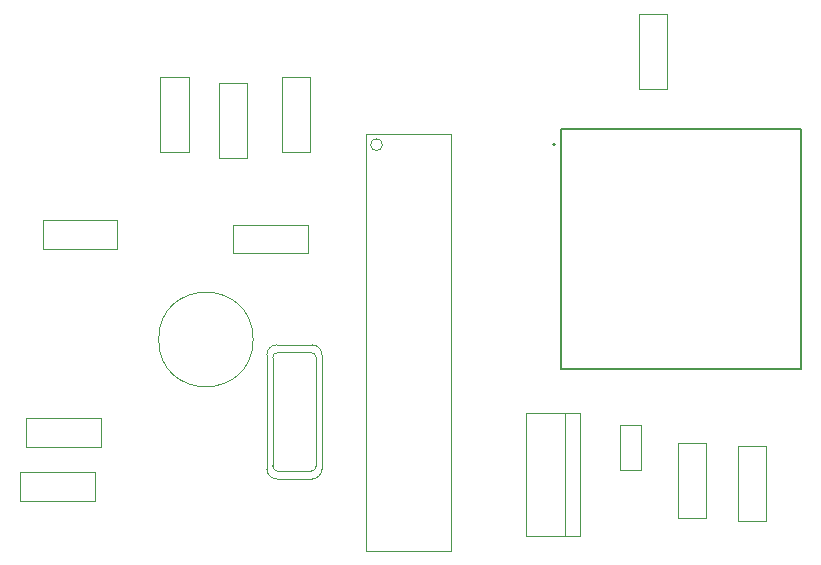
<source format=gbr>
G04*
G04 #@! TF.GenerationSoftware,Altium Limited,Altium Designer,24.10.1 (45)*
G04*
G04 Layer_Color=16711935*
%FSLAX25Y25*%
%MOIN*%
G70*
G04*
G04 #@! TF.SameCoordinates,82B40839-DE60-4B9F-80D9-4B01C0AB2508*
G04*
G04*
G04 #@! TF.FilePolarity,Positive*
G04*
G01*
G75*
%ADD10C,0.00787*%
%ADD15C,0.00500*%
%ADD61C,0.00394*%
D10*
X219374Y148000D02*
G03*
X219374Y148000I-394J0D01*
G01*
D15*
X301500Y73000D02*
Y153000D01*
X221500Y73000D02*
X301500D01*
X221500D02*
Y153000D01*
X301500D01*
D61*
X123346Y39799D02*
G03*
X126594Y36551I3248J0D01*
G01*
X138405Y36551D02*
G03*
X141653Y39799I0J3248D01*
G01*
Y77988D02*
G03*
X138405Y81236I-3248J0D01*
G01*
X126594Y81236D02*
G03*
X123346Y77988I0J-3248D01*
G01*
X125216Y40882D02*
G03*
X126988Y39111I1772J0D01*
G01*
X138012D02*
G03*
X139783Y40882I0J1772D01*
G01*
Y76906D02*
G03*
X138012Y78677I-1772J0D01*
G01*
X126988D02*
G03*
X125216Y76906I0J-1772D01*
G01*
X118748Y83000D02*
G03*
X118748Y83000I-15748J0D01*
G01*
X161839Y147945D02*
G03*
X161839Y147945I-1969J0D01*
G01*
X65902Y29276D02*
Y38724D01*
X41098Y29276D02*
X65902D01*
X41098Y38724D02*
X65902D01*
X41098Y29276D02*
Y38724D01*
X141653Y39800D02*
Y77989D01*
X123346Y39800D02*
Y77989D01*
X139783Y40882D02*
Y76906D01*
X125216Y40882D02*
Y76906D01*
X126988Y78677D02*
X138011D01*
X126594Y81237D02*
X138405D01*
X126988Y39111D02*
X138011D01*
X126594Y36552D02*
X138405D01*
Y36551D02*
Y36552D01*
X73402Y113276D02*
Y122724D01*
X48598Y113276D02*
X73402D01*
X48598Y122724D02*
X73402D01*
X48598Y113276D02*
Y122724D01*
X209610Y17528D02*
Y58472D01*
X227720D01*
Y17528D02*
Y58472D01*
X209610Y17528D02*
X227720D01*
X222602D02*
Y58472D01*
X247974Y39569D02*
Y54431D01*
X241026D02*
X247974D01*
X241026Y39569D02*
Y54431D01*
Y39569D02*
X247974D01*
X260276Y23598D02*
X269724D01*
X260276D02*
Y48402D01*
X269724Y23598D02*
Y48402D01*
X260276D02*
X269724D01*
X280276Y22598D02*
X289724D01*
X280276D02*
Y47402D01*
X289724Y22598D02*
Y47402D01*
X280276D02*
X289724D01*
X247276Y166598D02*
X256724D01*
X247276D02*
Y191402D01*
X256724Y166598D02*
Y191402D01*
X247276D02*
X256724D01*
X136902Y111776D02*
Y121224D01*
X112098Y111776D02*
X136902D01*
X112098Y121224D02*
X136902D01*
X112098Y111776D02*
Y121224D01*
X107276Y143598D02*
X116724D01*
X107276D02*
Y168402D01*
X116724Y143598D02*
Y168402D01*
X107276D02*
X116724D01*
X67902Y47276D02*
Y56724D01*
X43098Y47276D02*
X67902D01*
X43098Y56724D02*
X67902D01*
X43098Y47276D02*
Y56724D01*
X128276Y145598D02*
X137724D01*
X128276D02*
Y170402D01*
X137724Y145598D02*
Y170402D01*
X128276D02*
X137724D01*
X87776Y145598D02*
X97224D01*
X87776D02*
Y170402D01*
X97224Y145598D02*
Y170402D01*
X87776D02*
X97224D01*
X156327Y12512D02*
X184673D01*
X156327Y151488D02*
X184673D01*
Y12512D02*
Y151488D01*
X156327Y12512D02*
Y151488D01*
M02*

</source>
